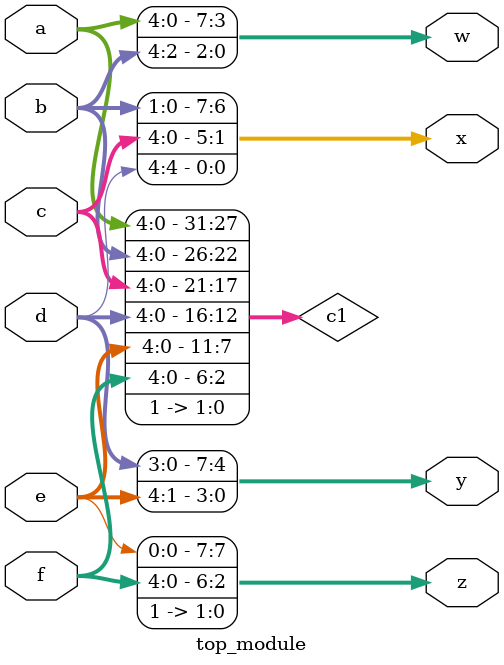
<source format=v>
module top_module (
    input [4:0] a, b, c, d, e, f,
    output [7:0] w, x, y, z );
    wire [31:0] c1;
    
    assign c1 = {a[4:0], b[4:0], c[4:0], d[4:0], e[4:0], f[4:0],2'b11};
    assign w = c1[31:24];
    assign x = c1[23:16];
    assign y = c1[15:8];
    assign z = c1[7:0];
                                                                
endmodule
</source>
